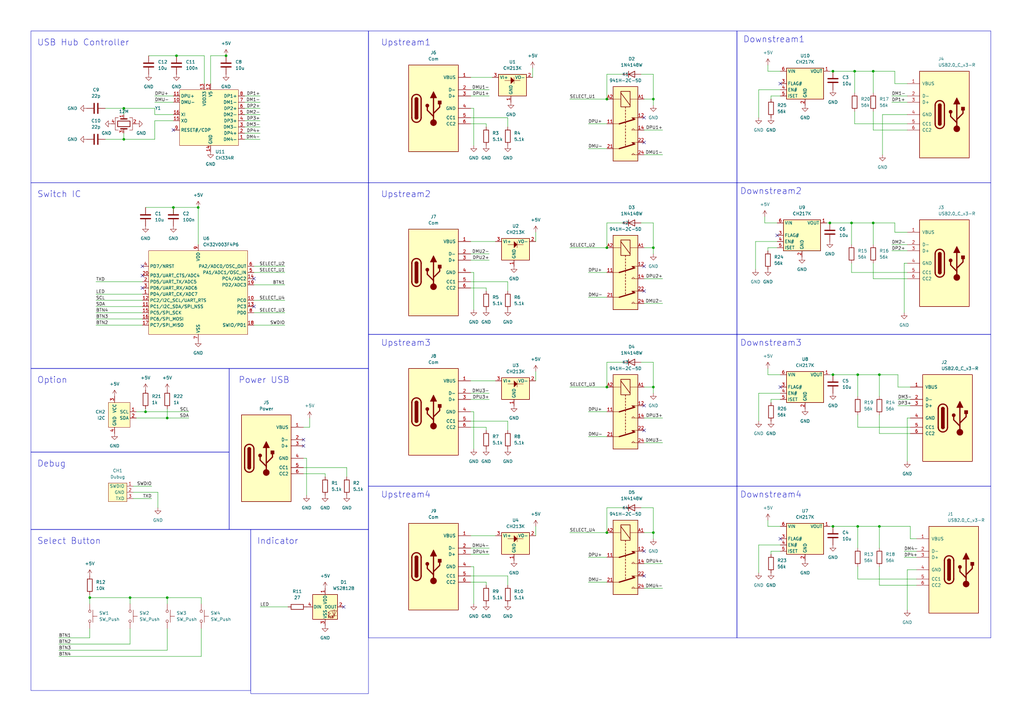
<source format=kicad_sch>
(kicad_sch (version 20230121) (generator eeschema)
  (paper "A3")
  (title_block (title "Relay USB Switch Hub by 74th"))
  (junction (at 53.34 245.11))
  (junction (at 351.79 215.9))
  (junction (at 341.63 215.9))
  (junction (at 349.25 91.44))
  (junction (at 267.97 101.6))
  (junction (at 92.71 22.86))
  (junction (at 358.14 29.21))
  (junction (at 50.8 44.45))
  (junction (at 267.97 158.75))
  (junction (at 360.68 153.67))
  (junction (at 340.36 91.44))
  (junction (at 350.52 29.21))
  (junction (at 81.28 85.09))
  (junction (at 59.69 168.91))
  (junction (at 248.92 101.6))
  (junction (at 267.97 218.44))
  (junction (at 358.14 91.44))
  (junction (at 248.92 40.64))
  (junction (at 248.92 158.75))
  (junction (at 248.92 218.44))
  (junction (at 68.58 171.45))
  (junction (at 50.8 57.15))
  (junction (at 360.68 215.9))
  (junction (at 267.97 40.64))
  (junction (at 36.83 245.11))
  (junction (at 71.12 85.09))
  (junction (at 351.79 153.67))
  (junction (at 72.39 22.86))
  (junction (at 341.63 153.67))
  (junction (at 68.58 245.11))
  (junction (at 341.63 29.21))
  (no_connect (at 264.16 58.42))
  (no_connect (at 58.42 118.11))
  (no_connect (at 264.16 166.37))
  (no_connect (at 71.12 53.34))
  (no_connect (at 264.16 236.22))
  (no_connect (at 104.14 114.3))
  (no_connect (at 264.16 109.22))
  (no_connect (at 104.14 125.73))
  (no_connect (at 318.77 96.52))
  (no_connect (at 264.16 176.53))
  (no_connect (at 124.46 182.88))
  (no_connect (at 320.04 34.29))
  (no_connect (at 320.04 158.75))
  (no_connect (at 140.97 248.92))
  (no_connect (at 124.46 180.34))
  (no_connect (at 58.42 113.03))
  (no_connect (at 264.16 226.06))
  (no_connect (at 320.04 220.98))
  (no_connect (at 264.16 48.26))
  (no_connect (at 58.42 109.22))
  (no_connect (at 264.16 119.38))
  (wire (pts (xy 358.14 91.44) (xy 358.14 100.33)))
  (wire (pts (xy 360.68 153.67) (xy 360.68 162.56)))
  (wire (pts (xy 360.68 177.8) (xy 373.38 177.8)))
  (wire (pts (xy 100.33 57.15) (xy 106.68 57.15)))
  (wire (pts (xy 370.84 228.6) (xy 375.92 228.6)))
  (wire (pts (xy 142.24 191.77) (xy 142.24 195.58)))
  (wire (pts (xy 218.44 31.75) (xy 218.44 27.94)))
  (wire (pts (xy 368.3 163.83) (xy 373.38 163.83)))
  (wire (pts (xy 193.04 106.68) (xy 200.66 106.68)))
  (wire (pts (xy 368.3 153.67) (xy 360.68 153.67)))
  (wire (pts (xy 313.69 88.9) (xy 313.69 91.44)))
  (wire (pts (xy 39.37 123.19) (xy 58.42 123.19)))
  (wire (pts (xy 264.16 114.3) (xy 271.78 114.3)))
  (wire (pts (xy 104.14 133.35) (xy 116.84 133.35)))
  (wire (pts (xy 361.95 63.5) (xy 361.95 46.99)))
  (wire (pts (xy 24.13 269.24) (xy 82.55 269.24)))
  (wire (pts (xy 255.27 148.59) (xy 248.92 148.59)))
  (wire (pts (xy 50.8 57.15) (xy 43.18 57.15)))
  (wire (pts (xy 208.28 48.26) (xy 208.28 52.07)))
  (wire (pts (xy 36.83 245.11) (xy 53.34 245.11)))
  (wire (pts (xy 68.58 167.64) (xy 68.58 171.45)))
  (wire (pts (xy 360.68 153.67) (xy 351.79 153.67)))
  (wire (pts (xy 264.16 158.75) (xy 267.97 158.75)))
  (wire (pts (xy 351.79 215.9) (xy 351.79 224.79)))
  (wire (pts (xy 314.96 215.9) (xy 320.04 215.9)))
  (wire (pts (xy 193.04 104.14) (xy 200.66 104.14)))
  (wire (pts (xy 68.58 245.11) (xy 68.58 247.65)))
  (wire (pts (xy 193.04 31.75) (xy 201.93 31.75)))
  (wire (pts (xy 372.11 189.23) (xy 372.11 171.45)))
  (wire (pts (xy 267.97 40.64) (xy 267.97 43.18)))
  (wire (pts (xy 365.76 102.87) (xy 372.11 102.87)))
  (wire (pts (xy 193.04 115.57) (xy 208.28 115.57)))
  (wire (pts (xy 219.71 99.06) (xy 219.71 95.25)))
  (wire (pts (xy 314.96 102.87) (xy 314.96 101.6)))
  (wire (pts (xy 50.8 44.45) (xy 50.8 46.99)))
  (wire (pts (xy 63.5 41.91) (xy 71.12 41.91)))
  (wire (pts (xy 193.04 219.71) (xy 203.2 219.71)))
  (wire (pts (xy 370.84 128.27) (xy 370.84 107.95)))
  (wire (pts (xy 193.04 50.8) (xy 199.39 50.8)))
  (wire (pts (xy 316.23 227.33) (xy 316.23 226.06)))
  (wire (pts (xy 367.03 91.44) (xy 358.14 91.44)))
  (wire (pts (xy 82.55 269.24) (xy 82.55 257.81)))
  (wire (pts (xy 53.34 245.11) (xy 53.34 247.65)))
  (wire (pts (xy 351.79 153.67) (xy 341.63 153.67)))
  (wire (pts (xy 340.36 215.9) (xy 341.63 215.9)))
  (wire (pts (xy 264.16 181.61) (xy 271.78 181.61)))
  (wire (pts (xy 264.16 124.46) (xy 271.78 124.46)))
  (wire (pts (xy 100.33 44.45) (xy 106.68 44.45)))
  (wire (pts (xy 267.97 218.44) (xy 267.97 220.98)))
  (wire (pts (xy 372.11 233.68) (xy 375.92 233.68)))
  (wire (pts (xy 349.25 91.44) (xy 349.25 100.33)))
  (wire (pts (xy 320.04 223.52) (xy 311.15 223.52)))
  (wire (pts (xy 264.16 171.45) (xy 271.78 171.45)))
  (wire (pts (xy 313.69 91.44) (xy 318.77 91.44)))
  (wire (pts (xy 358.14 91.44) (xy 349.25 91.44)))
  (wire (pts (xy 351.79 153.67) (xy 351.79 162.56)))
  (wire (pts (xy 100.33 54.61) (xy 106.68 54.61)))
  (wire (pts (xy 241.3 168.91) (xy 248.92 168.91)))
  (wire (pts (xy 208.28 172.72) (xy 208.28 176.53)))
  (wire (pts (xy 193.04 48.26) (xy 208.28 48.26)))
  (wire (pts (xy 368.3 158.75) (xy 373.38 158.75)))
  (wire (pts (xy 367.03 95.25) (xy 372.11 95.25)))
  (wire (pts (xy 193.04 39.37) (xy 200.66 39.37)))
  (wire (pts (xy 365.76 41.91) (xy 372.11 41.91)))
  (wire (pts (xy 193.04 44.45) (xy 194.31 44.45)))
  (wire (pts (xy 360.68 215.9) (xy 373.38 215.9)))
  (wire (pts (xy 68.58 266.7) (xy 68.58 257.81)))
  (wire (pts (xy 316.23 40.64) (xy 316.23 39.37)))
  (wire (pts (xy 351.79 237.49) (xy 375.92 237.49)))
  (wire (pts (xy 55.88 171.45) (xy 68.58 171.45)))
  (wire (pts (xy 86.36 22.86) (xy 86.36 34.29)))
  (wire (pts (xy 370.84 107.95) (xy 372.11 107.95)))
  (wire (pts (xy 194.31 111.76) (xy 194.31 127)))
  (wire (pts (xy 372.11 171.45) (xy 373.38 171.45)))
  (wire (pts (xy 267.97 148.59) (xy 267.97 158.75)))
  (wire (pts (xy 199.39 50.8) (xy 199.39 52.07)))
  (wire (pts (xy 372.11 100.33) (xy 365.76 100.33)))
  (wire (pts (xy 50.8 54.61) (xy 50.8 57.15)))
  (wire (pts (xy 100.33 49.53) (xy 106.68 49.53)))
  (wire (pts (xy 219.71 219.71) (xy 219.71 215.9)))
  (wire (pts (xy 100.33 52.07) (xy 106.68 52.07)))
  (wire (pts (xy 262.89 208.28) (xy 267.97 208.28)))
  (wire (pts (xy 314.96 29.21) (xy 320.04 29.21)))
  (wire (pts (xy 241.3 60.96) (xy 248.92 60.96)))
  (wire (pts (xy 124.46 191.77) (xy 142.24 191.77)))
  (wire (pts (xy 71.12 85.09) (xy 81.28 85.09)))
  (wire (pts (xy 264.16 231.14) (xy 271.78 231.14)))
  (wire (pts (xy 64.77 201.93) (xy 64.77 208.28)))
  (wire (pts (xy 193.04 99.06) (xy 203.2 99.06)))
  (wire (pts (xy 255.27 91.44) (xy 248.92 91.44)))
  (wire (pts (xy 193.04 224.79) (xy 200.66 224.79)))
  (wire (pts (xy 255.27 208.28) (xy 248.92 208.28)))
  (wire (pts (xy 372.11 250.19) (xy 372.11 233.68)))
  (wire (pts (xy 53.34 264.16) (xy 53.34 257.81)))
  (wire (pts (xy 372.11 53.34) (xy 358.14 53.34)))
  (wire (pts (xy 106.68 248.92) (xy 118.11 248.92)))
  (wire (pts (xy 194.31 44.45) (xy 194.31 59.69)))
  (wire (pts (xy 341.63 29.21) (xy 350.52 29.21)))
  (wire (pts (xy 100.33 39.37) (xy 106.68 39.37)))
  (wire (pts (xy 193.04 118.11) (xy 199.39 118.11)))
  (wire (pts (xy 36.83 261.62) (xy 36.83 257.81)))
  (wire (pts (xy 39.37 125.73) (xy 58.42 125.73)))
  (wire (pts (xy 39.37 133.35) (xy 58.42 133.35)))
  (wire (pts (xy 316.23 163.83) (xy 320.04 163.83)))
  (wire (pts (xy 193.04 156.21) (xy 203.2 156.21)))
  (wire (pts (xy 100.33 41.91) (xy 106.68 41.91)))
  (wire (pts (xy 241.3 238.76) (xy 248.92 238.76)))
  (wire (pts (xy 341.63 215.9) (xy 351.79 215.9)))
  (wire (pts (xy 367.03 34.29) (xy 372.11 34.29)))
  (wire (pts (xy 193.04 161.29) (xy 200.66 161.29)))
  (wire (pts (xy 82.55 245.11) (xy 82.55 247.65)))
  (wire (pts (xy 86.36 22.86) (xy 92.71 22.86)))
  (wire (pts (xy 83.82 22.86) (xy 83.82 34.29)))
  (wire (pts (xy 340.36 153.67) (xy 341.63 153.67)))
  (wire (pts (xy 311.15 161.29) (xy 311.15 172.72)))
  (wire (pts (xy 264.16 63.5) (xy 271.78 63.5)))
  (wire (pts (xy 311.15 223.52) (xy 311.15 234.95)))
  (wire (pts (xy 350.52 29.21) (xy 358.14 29.21)))
  (wire (pts (xy 264.16 101.6) (xy 267.97 101.6)))
  (wire (pts (xy 68.58 245.11) (xy 82.55 245.11)))
  (wire (pts (xy 314.96 151.13) (xy 314.96 153.67)))
  (wire (pts (xy 358.14 29.21) (xy 367.03 29.21)))
  (wire (pts (xy 24.13 266.7) (xy 68.58 266.7)))
  (wire (pts (xy 318.77 99.06) (xy 309.88 99.06)))
  (wire (pts (xy 59.69 168.91) (xy 77.47 168.91)))
  (wire (pts (xy 233.68 101.6) (xy 248.92 101.6)))
  (wire (pts (xy 63.5 39.37) (xy 71.12 39.37)))
  (wire (pts (xy 262.89 148.59) (xy 267.97 148.59)))
  (wire (pts (xy 351.79 237.49) (xy 351.79 232.41)))
  (wire (pts (xy 373.38 220.98) (xy 375.92 220.98)))
  (wire (pts (xy 248.92 208.28) (xy 248.92 218.44)))
  (wire (pts (xy 193.04 36.83) (xy 200.66 36.83)))
  (wire (pts (xy 314.96 101.6) (xy 318.77 101.6)))
  (wire (pts (xy 59.69 85.09) (xy 71.12 85.09)))
  (wire (pts (xy 124.46 175.26) (xy 127 175.26)))
  (wire (pts (xy 233.68 218.44) (xy 248.92 218.44)))
  (wire (pts (xy 233.68 40.64) (xy 248.92 40.64)))
  (wire (pts (xy 255.27 30.48) (xy 248.92 30.48)))
  (wire (pts (xy 53.34 245.11) (xy 68.58 245.11)))
  (wire (pts (xy 68.58 171.45) (xy 77.47 171.45)))
  (wire (pts (xy 50.8 57.15) (xy 63.5 57.15)))
  (wire (pts (xy 349.25 111.76) (xy 372.11 111.76)))
  (wire (pts (xy 248.92 91.44) (xy 248.92 101.6)))
  (wire (pts (xy 39.37 120.65) (xy 58.42 120.65)))
  (wire (pts (xy 104.14 111.76) (xy 116.84 111.76)))
  (wire (pts (xy 349.25 111.76) (xy 349.25 107.95)))
  (wire (pts (xy 104.14 128.27) (xy 116.84 128.27)))
  (wire (pts (xy 350.52 29.21) (xy 350.52 38.1)))
  (wire (pts (xy 314.96 153.67) (xy 320.04 153.67)))
  (wire (pts (xy 63.5 44.45) (xy 63.5 46.99)))
  (wire (pts (xy 193.04 232.41) (xy 194.31 232.41)))
  (wire (pts (xy 361.95 46.99) (xy 372.11 46.99)))
  (wire (pts (xy 55.88 168.91) (xy 59.69 168.91)))
  (wire (pts (xy 340.36 29.21) (xy 341.63 29.21)))
  (wire (pts (xy 59.69 167.64) (xy 59.69 168.91)))
  (wire (pts (xy 104.14 109.22) (xy 116.84 109.22)))
  (wire (pts (xy 358.14 114.3) (xy 372.11 114.3)))
  (wire (pts (xy 81.28 85.09) (xy 81.28 100.33)))
  (wire (pts (xy 193.04 168.91) (xy 194.31 168.91)))
  (wire (pts (xy 104.14 116.84) (xy 116.84 116.84)))
  (wire (pts (xy 193.04 163.83) (xy 200.66 163.83)))
  (wire (pts (xy 193.04 238.76) (xy 199.39 238.76)))
  (wire (pts (xy 351.79 215.9) (xy 360.68 215.9)))
  (wire (pts (xy 360.68 232.41) (xy 360.68 240.03)))
  (wire (pts (xy 193.04 111.76) (xy 194.31 111.76)))
  (wire (pts (xy 124.46 194.31) (xy 133.35 194.31)))
  (wire (pts (xy 339.09 91.44) (xy 340.36 91.44)))
  (wire (pts (xy 320.04 161.29) (xy 311.15 161.29)))
  (wire (pts (xy 267.97 158.75) (xy 267.97 161.29)))
  (wire (pts (xy 316.23 226.06) (xy 320.04 226.06)))
  (wire (pts (xy 267.97 30.48) (xy 267.97 40.64)))
  (wire (pts (xy 360.68 215.9) (xy 360.68 224.79)))
  (wire (pts (xy 311.15 36.83) (xy 311.15 48.26)))
  (wire (pts (xy 63.5 49.53) (xy 71.12 49.53)))
  (wire (pts (xy 373.38 215.9) (xy 373.38 220.98)))
  (wire (pts (xy 36.83 245.11) (xy 36.83 247.65)))
  (wire (pts (xy 36.83 243.84) (xy 36.83 245.11)))
  (wire (pts (xy 248.92 148.59) (xy 248.92 158.75)))
  (wire (pts (xy 208.28 115.57) (xy 208.28 119.38)))
  (wire (pts (xy 199.39 175.26) (xy 199.39 176.53)))
  (wire (pts (xy 309.88 99.06) (xy 309.88 110.49)))
  (wire (pts (xy 241.3 50.8) (xy 248.92 50.8)))
  (wire (pts (xy 193.04 172.72) (xy 208.28 172.72)))
  (wire (pts (xy 358.14 45.72) (xy 358.14 53.34)))
  (wire (pts (xy 262.89 91.44) (xy 267.97 91.44)))
  (wire (pts (xy 264.16 53.34) (xy 271.78 53.34)))
  (wire (pts (xy 208.28 236.22) (xy 208.28 240.03)))
  (wire (pts (xy 133.35 194.31) (xy 133.35 195.58)))
  (wire (pts (xy 193.04 227.33) (xy 200.66 227.33)))
  (wire (pts (xy 368.3 158.75) (xy 368.3 153.67)))
  (wire (pts (xy 104.14 123.19) (xy 116.84 123.19)))
  (wire (pts (xy 248.92 30.48) (xy 248.92 40.64)))
  (wire (pts (xy 241.3 111.76) (xy 248.92 111.76)))
  (wire (pts (xy 199.39 118.11) (xy 199.39 119.38)))
  (wire (pts (xy 314.96 26.67) (xy 314.96 29.21)))
  (wire (pts (xy 351.79 175.26) (xy 373.38 175.26)))
  (wire (pts (xy 54.61 199.39) (xy 62.23 199.39)))
  (wire (pts (xy 264.16 218.44) (xy 267.97 218.44)))
  (wire (pts (xy 241.3 228.6) (xy 248.92 228.6)))
  (wire (pts (xy 100.33 46.99) (xy 106.68 46.99)))
  (wire (pts (xy 219.71 156.21) (xy 219.71 152.4)))
  (wire (pts (xy 72.39 22.86) (xy 83.82 22.86)))
  (wire (pts (xy 71.12 85.09) (xy 71.12 87.63)))
  (wire (pts (xy 264.16 241.3) (xy 271.78 241.3)))
  (wire (pts (xy 54.61 204.47) (xy 62.23 204.47)))
  (wire (pts (xy 43.18 44.45) (xy 50.8 44.45)))
  (wire (pts (xy 241.3 121.92) (xy 248.92 121.92)))
  (wire (pts (xy 367.03 95.25) (xy 367.03 91.44)))
  (wire (pts (xy 39.37 128.27) (xy 58.42 128.27)))
  (wire (pts (xy 233.68 158.75) (xy 248.92 158.75)))
  (wire (pts (xy 351.79 175.26) (xy 351.79 170.18)))
  (wire (pts (xy 370.84 226.06) (xy 375.92 226.06)))
  (wire (pts (xy 350.52 50.8) (xy 350.52 45.72)))
  (wire (pts (xy 194.31 232.41) (xy 194.31 247.65)))
  (wire (pts (xy 320.04 36.83) (xy 311.15 36.83)))
  (wire (pts (xy 316.23 165.1) (xy 316.23 163.83)))
  (wire (pts (xy 193.04 175.26) (xy 199.39 175.26)))
  (wire (pts (xy 39.37 115.57) (xy 58.42 115.57)))
  (wire (pts (xy 368.3 166.37) (xy 373.38 166.37)))
  (wire (pts (xy 367.03 29.21) (xy 367.03 34.29)))
  (wire (pts (xy 350.52 50.8) (xy 372.11 50.8)))
  (wire (pts (xy 124.46 187.96) (xy 125.73 187.96)))
  (wire (pts (xy 199.39 238.76) (xy 199.39 240.03)))
  (wire (pts (xy 63.5 46.99) (xy 71.12 46.99)))
  (wire (pts (xy 316.23 39.37) (xy 320.04 39.37)))
  (wire (pts (xy 267.97 91.44) (xy 267.97 101.6)))
  (wire (pts (xy 39.37 130.81) (xy 58.42 130.81)))
  (wire (pts (xy 125.73 187.96) (xy 125.73 203.2)))
  (wire (pts (xy 54.61 201.93) (xy 64.77 201.93)))
  (wire (pts (xy 358.14 29.21) (xy 358.14 38.1)))
  (wire (pts (xy 349.25 91.44) (xy 340.36 91.44)))
  (wire (pts (xy 194.31 168.91) (xy 194.31 184.15)))
  (wire (pts (xy 193.04 236.22) (xy 208.28 236.22)))
  (wire (pts (xy 267.97 208.28) (xy 267.97 218.44)))
  (wire (pts (xy 360.68 170.18) (xy 360.68 177.8)))
  (wire (pts (xy 60.96 22.86) (xy 72.39 22.86)))
  (wire (pts (xy 50.8 44.45) (xy 63.5 44.45)))
  (wire (pts (xy 314.96 213.36) (xy 314.96 215.9)))
  (wire (pts (xy 241.3 179.07) (xy 248.92 179.07)))
  (wire (pts (xy 127 175.26) (xy 127 171.45)))
  (wire (pts (xy 358.14 107.95) (xy 358.14 114.3)))
  (wire (pts (xy 267.97 101.6) (xy 267.97 104.14)))
  (wire (pts (xy 24.13 261.62) (xy 36.83 261.62)))
  (wire (pts (xy 264.16 40.64) (xy 267.97 40.64)))
  (wire (pts (xy 24.13 264.16) (xy 53.34 264.16)))
  (wire (pts (xy 63.5 49.53) (xy 63.5 57.15)))
  (wire (pts (xy 262.89 30.48) (xy 267.97 30.48)))
  (wire (pts (xy 360.68 240.03) (xy 375.92 240.03)))
  (wire (pts (xy 365.76 39.37) (xy 372.11 39.37)))
  (rectangle (start 93.98 151.13) (end 151.13 217.17))
  (rectangle (start 302.26 137.16) (end 406.4 199.39))
  (rectangle (start 102.87 217.17) (end 151.13 284.48))
  (rectangle (start 151.13 137.16) (end 302.26 199.39))
  (rectangle (start 12.7 151.13) (end 93.98 185.42))
  (rectangle (start 302.26 12.7) (end 406.4 74.93))
  (rectangle (start 302.26 74.93) (end 406.4 137.16))
  (rectangle (start 12.7 185.42) (end 93.98 217.17))
  (rectangle (start 12.7 217.17) (end 102.87 283.21))
  (rectangle (start 12.7 12.7) (end 151.13 74.93))
  (rectangle (start 302.26 199.39) (end 406.4 261.62))
  (rectangle (start 151.13 74.93) (end 302.26 137.16))
  (rectangle (start 12.7 74.93) (end 151.13 151.13))
  (rectangle (start 151.13 12.7) (end 302.26 74.93))
  (rectangle (start 151.13 199.39) (end 302.26 261.62))
  (text "Switch IC" (at 15.24 81.28 0) (effects (font (size 2.54 2.54)) (justify left bottom)))
  (text "Debug" (at 15.24 191.77 0) (effects (font (size 2.54 2.54)) (justify left bottom)))
  (text "Upstream2" (at 156.21 81.28 0) (effects (font (size 2.54 2.54)) (justify left bottom)))
  (text "Downstream1" (at 304.8 17.78 0) (effects (font (size 2.54 2.54)) (justify left bottom)))
  (text "Select Button" (at 15.24 223.52 0) (effects (font (size 2.54 2.54)) (justify left bottom)))
  (text "Power USB" (at 97.79 157.48 0) (effects (font (size 2.54 2.54)) (justify left bottom)))
  (text "Upstream1" (at 156.21 19.05 0) (effects (font (size 2.54 2.54)) (justify left bottom)))
  (text "Upstream4" (at 156.21 204.47 0) (effects (font (size 2.54 2.54)) (justify left bottom)))
  (text "Indicator" (at 105.41 223.52 0) (effects (font (size 2.54 2.54)) (justify left bottom)))
  (text "Downstream3" (at 303.53 142.24 0) (effects (font (size 2.54 2.54)) (justify left bottom)))
  (text "USB Hub Controller" (at 15.24 19.05 0) (effects (font (size 2.54 2.54)) (justify left bottom)))
  (text "Downstream4" (at 303.53 204.47 0) (effects (font (size 2.54 2.54)) (justify left bottom)))
  (text "Option" (at 15.24 157.48 0) (effects (font (size 2.54 2.54)) (justify left bottom)))
  (text "Downstream2" (at 303.53 80.01 0) (effects (font (size 2.54 2.54)) (justify left bottom)))
  (text "Upstream3" (at 156.21 142.24 0) (effects (font (size 2.54 2.54)) (justify left bottom)))
  (label "DPU3+" (at 200.66 163.83 180))
  (label "BTN2" (at 24.13 264.16 0))
  (label "BTN1" (at 116.84 116.84 180))
  (label "DMU-" (at 63.5 41.91 0))
  (label "SELECT_U3" (at 233.68 158.75 0))
  (label "BTN2" (at 39.37 133.35 0))
  (label "SWDIO" (at 116.84 133.35 180))
  (label "DM3-" (at 368.3 163.83 0))
  (label "DPU+" (at 241.3 228.6 0))
  (label "SELECT_U4" (at 116.84 123.19 180))
  (label "DMU1-" (at 200.66 36.83 180))
  (label "BTN4" (at 39.37 128.27 0))
  (label "DMU4-" (at 271.78 241.3 180))
  (label "DPU+" (at 241.3 168.91 0))
  (label "BTN3" (at 39.37 130.81 0))
  (label "DMU-" (at 241.3 60.96 0))
  (label "DPU4+" (at 200.66 227.33 180))
  (label "SELECT_U1" (at 233.68 40.64 0))
  (label "BTN3" (at 24.13 266.7 0))
  (label "DMU-" (at 241.3 121.92 0))
  (label "LED" (at 106.68 248.92 0))
  (label "TXD" (at 39.37 115.57 0))
  (label "DM2-" (at 106.68 46.99 180))
  (label "SELECT_U1" (at 116.84 111.76 180))
  (label "DP2+" (at 365.76 102.87 0))
  (label "SELECT_U2" (at 116.84 109.22 180))
  (label "DMU-" (at 241.3 238.76 0))
  (label "DMU1-" (at 271.78 63.5 180))
  (label "DP3+" (at 368.3 166.37 0))
  (label "SELECT_U3" (at 116.84 128.27 180))
  (label "DPU2+" (at 200.66 106.68 180))
  (label "SELECT_U2" (at 233.68 101.6 0))
  (label "DPU3+" (at 271.78 171.45 180))
  (label "DM4-" (at 370.84 226.06 0))
  (label "DMU2-" (at 271.78 124.46 180))
  (label "DMU2-" (at 200.66 104.14 180))
  (label "DP2+" (at 106.68 44.45 180))
  (label "DMU3-" (at 271.78 181.61 180))
  (label "DP1+" (at 106.68 39.37 180))
  (label "DPU2+" (at 271.78 114.3 180))
  (label "SWDIO" (at 62.23 199.39 180))
  (label "DM2-" (at 365.76 100.33 0))
  (label "DPU+" (at 241.3 50.8 0))
  (label "DM3-" (at 106.68 52.07 180))
  (label "DP3+" (at 106.68 49.53 180))
  (label "TXD" (at 62.23 204.47 180))
  (label "SELECT_U4" (at 233.68 218.44 0))
  (label "SDA" (at 39.37 125.73 0))
  (label "DMU-" (at 241.3 179.07 0))
  (label "DMU3-" (at 200.66 161.29 180))
  (label "DPU+" (at 63.5 39.37 0))
  (label "DM1-" (at 365.76 39.37 0))
  (label "LED" (at 39.37 120.65 0))
  (label "DPU1+" (at 271.78 53.34 180))
  (label "DPU1+" (at 200.66 39.37 180))
  (label "DP4+" (at 370.84 228.6 0))
  (label "SDA" (at 77.47 171.45 180))
  (label "DP1+" (at 365.76 41.91 0))
  (label "DPU+" (at 241.3 111.76 0))
  (label "BTN1" (at 24.13 261.62 0))
  (label "DM1-" (at 106.68 41.91 180))
  (label "DPU4+" (at 271.78 231.14 180))
  (label "SCL" (at 39.37 123.19 0))
  (label "DM4-" (at 106.68 57.15 180))
  (label "BTN4" (at 24.13 269.24 0))
  (label "DP4+" (at 106.68 54.61 180))
  (label "DMU4-" (at 200.66 224.79 180))
  (label "SCL" (at 77.47 168.91 180))
  (symbol (lib_id "power:+5V") (at 46.99 162.56 0) (unit 1)
    (property "Reference" "#PWR09" (effects hide))
    (property "Value" "+5V" (at 46.99 157.48 0))
  )
  (symbol (lib_id "power:+5V") (at 314.96 26.67 0) (unit 1)
    (property "Reference" "#PWR01" (effects hide))
    (property "Value" "+5V" (at 314.96 21.59 0))
  )
  (symbol (lib_id "power:GND") (at 330.2 43.18 0) (unit 1)
    (property "Reference" "#PWR06" (effects hide))
    (property "Value" "GND" (at 330.2 48.26 0))
  )
  (symbol (lib_id "power:GND") (at 81.28 139.7 0) (unit 1)
    (property "Reference" "#PWR030" (effects hide))
    (property "Value" "GND" (at 81.28 144.78 0))
  )
  (symbol (lib_id "$74th:USB2.0_C_v3") (at 109.22 187.96 0) (unit 1)
    (property "Reference" "J5" (at 109.22 165.1 0))
    (property "Value" "Power" (at 109.22 167.64 0))
    (property "Footprint" "$74th:USB-C-12-Pin-MidMount-ali-v5" (effects hide))
    (property "Datasheet" "https://www.usb.org/sites/default/files/documents/usb_type-c.zip" (effects hide))
  )
  (symbol (lib_id "power:GND") (at 316.23 172.72 0) (unit 1)
    (property "Reference" "#PWR074" (effects hide))
    (property "Value" "GND" (at 316.23 177.8 0))
  )
  (symbol (lib_id "power:+5V") (at 219.71 152.4 0) (unit 1)
    (property "Reference" "#PWR048" (effects hide))
    (property "Value" "+5V" (at 219.71 147.32 0))
  )
  (symbol (lib_id "power:GND") (at 341.63 36.83 0) (unit 1)
    (property "Reference" "#PWR02" (effects hide))
    (property "Value" "GND" (at 341.63 41.91 0))
  )
  (symbol (lib_id "$74th:USB2.0_C_v3-R") (at 392.43 46.99 0) (unit 1)
    (property "Reference" "J4" (at 384.81 24.13 0) (effects (justify left)))
    (property "Value" "USB2.0_C_v3-R" (at 384.81 26.67 0) (effects (justify left)))
    (property "Footprint" "$74th:USB-C-12-Pin-MidMount-ali-v5" (effects hide))
    (property "Datasheet" "https://www.usb.org/sites/default/files/documents/usb_type-c.zip" (effects hide))
  )
  (symbol (lib_id "Device:C") (at 92.71 26.67 0) (unit 1)
    (property "Reference" "C8" (at 96.52 25.4 0) (effects (justify left)))
    (property "Value" "10u" (at 96.52 27.94 0) (effects (justify left)))
    (property "Footprint" "$74th:Capacitor_0603_1608" (effects hide))
  )
  (symbol (lib_id "$74th:USB2.0_C_v3") (at 177.8 111.76 0) (unit 1)
    (property "Reference" "J7" (at 177.8 88.9 0))
    (property "Value" "Com" (at 177.8 91.44 0))
    (property "Footprint" "$74th:USB-C-12-Pin-MidMount-ali-v5" (effects hide))
    (property "Datasheet" "https://www.usb.org/sites/default/files/documents/usb_type-c.zip" (effects hide))
  )
  (symbol (lib_id "Device:R") (at 208.28 123.19 0) (unit 1)
    (property "Reference" "R6" (at 210.82 121.92 0) (effects (justify left)))
    (property "Value" "5.1k" (at 210.82 124.46 0) (effects (justify left)))
    (property "Footprint" "$74th:Register_0603_1608" (effects hide))
  )
  (symbol (lib_id "power:GND") (at 316.23 234.95 0) (unit 1)
    (property "Reference" "#PWR076" (effects hide))
    (property "Value" "GND" (at 316.23 240.03 0))
  )
  (symbol (lib_id "Device:R") (at 350.52 41.91 0) (unit 1)
    (property "Reference" "R20" (at 353.06 40.64 0) (effects (justify left)))
    (property "Value" "56k" (at 353.06 43.18 0) (effects (justify left)))
    (property "Footprint" "$74th:Register_0603_1608" (effects hide))
  )
  (symbol (lib_id "power:GND") (at 361.95 63.5 0) (unit 1)
    (property "Reference" "#PWR05" (effects hide))
    (property "Value" "GND" (at 361.95 68.58 0))
  )
  (symbol (lib_id "power:GND") (at 133.35 203.2 0) (unit 1)
    (property "Reference" "#PWR015" (effects hide))
    (property "Value" "GND" (at 133.35 208.28 0))
  )
  (symbol (lib_id "Device:C") (at 341.63 219.71 0) (unit 1)
    (property "Reference" "C4" (at 345.44 218.44 0) (effects (justify left)))
    (property "Value" "10u" (at 345.44 220.98 0) (effects (justify left)))
    (property "Footprint" "$74th:Capacitor_0603_1608" (effects hide))
  )
  (symbol (lib_id "$74th:CH213K-Ideal_Diode_for_USB_Power") (at 210.82 102.87 0) (unit 1)
    (property "Reference" "U2" (at 211.455 92.71 0))
    (property "Value" "CH213K" (at 211.455 95.25 0))
    (property "Footprint" "Package_TO_SOT_SMD:SOT-23" (effects hide))
  )
  (symbol (lib_id "power:+5V") (at 59.69 160.02 0) (unit 1)
    (property "Reference" "#PWR07" (effects hide))
    (property "Value" "+5V" (at 59.69 154.94 0))
  )
  (symbol (lib_id "Device:C") (at 340.36 95.25 0) (unit 1)
    (property "Reference" "C6" (at 344.17 93.98 0) (effects (justify left)))
    (property "Value" "10u" (at 344.17 96.52 0) (effects (justify left)))
    (property "Footprint" "$74th:Capacitor_0603_1608" (effects hide))
  )
  (symbol (lib_id "$74th:CH32V003F4P6") (at 81.28 127 0) (unit 1)
    (property "Reference" "U6" (at 83.2359 97.79 0) (effects (justify left)))
    (property "Value" "CH32V003F4P6" (at 83.2359 100.33 0) (effects (justify left)))
    (property "Footprint" "Package_SO:TSSOP-20_4.4x6.5mm_P0.65mm" (effects hide))
  )
  (symbol (lib_id "power:GND") (at 311.15 48.26 0) (unit 1)
    (property "Reference" "#PWR060" (effects hide))
    (property "Value" "GND" (at 311.15 53.34 0))
  )
  (symbol (lib_id "power:GND") (at 311.15 172.72 0) (unit 1)
    (property "Reference" "#PWR072" (effects hide))
    (property "Value" "GND" (at 311.15 177.8 0))
  )
  (symbol (lib_id "power:GND") (at 194.31 184.15 0) (unit 1)
    (property "Reference" "#PWR043" (effects hide))
    (property "Value" "GND" (at 194.31 189.23 0))
  )
  (symbol (lib_id "Device:R") (at 349.25 104.14 0) (unit 1)
    (property "Reference" "R15" (at 351.79 102.87 0) (effects (justify left)))
    (property "Value" "56k" (at 351.79 105.41 0) (effects (justify left)))
    (property "Footprint" "$74th:Register_0603_1608" (effects hide))
  )
  (symbol (lib_id "power:GND") (at 199.39 59.69 0) (unit 1)
    (property "Reference" "#PWR010" (effects hide))
    (property "Value" "GND" (at 199.39 64.77 0))
  )
  (symbol (lib_id "Device:C") (at 71.12 88.9 0) (unit 1)
    (property "Reference" "C2" (at 74.93 87.63 0) (effects (justify left)))
    (property "Value" "100n" (at 74.93 90.17 0) (effects (justify left)))
    (property "Footprint" "$74th:Capacitor_0603_1608" (effects hide))
  )
  (symbol (lib_id "Device:R") (at 142.24 199.39 0) (unit 1)
    (property "Reference" "R2" (at 144.78 198.12 0) (effects (justify left)))
    (property "Value" "5.1k" (at 144.78 200.66 0) (effects (justify left)))
    (property "Footprint" "$74th:Register_0603_1608" (effects hide))
  )
  (symbol (lib_id "power:GND") (at 64.77 208.28 0) (unit 1)
    (property "Reference" "#PWR031" (effects hide))
    (property "Value" "GND" (at 64.77 213.36 0))
  )
  (symbol (lib_id "$74th:CH32V003-DubugPort") (at 48.26 201.93 0) (unit 1)
    (property "Reference" "CH1" (at 48.26 193.04 0))
    (property "Value" "Dubug" (at 48.26 195.58 0))
    (property "Footprint" "$74th:CH32V003-DebugPort" (effects hide))
  )
  (symbol (lib_id "Device:C") (at 72.39 26.67 0) (unit 1)
    (property "Reference" "C11" (at 76.2 25.4 0) (effects (justify left)))
    (property "Value" "100n" (at 76.2 27.94 0) (effects (justify left)))
    (property "Footprint" "$74th:Capacitor_0603_1608" (effects hide))
  )
  (symbol (lib_id "Device:C") (at 60.96 26.67 0) (unit 1)
    (property "Reference" "C12" (at 64.77 25.4 0) (effects (justify left)))
    (property "Value" "10u" (at 64.77 27.94 0) (effects (justify left)))
    (property "Footprint" "$74th:Capacitor_0603_1608" (effects hide))
  )
  (symbol (lib_id "Device:R") (at 360.68 166.37 0) (unit 1)
    (property "Reference" "R14" (at 363.22 165.1 0) (effects (justify left)))
    (property "Value" "56k" (at 363.22 167.64 0) (effects (justify left)))
    (property "Footprint" "$74th:Register_0603_1608" (effects hide))
  )
  (symbol (lib_id "power:GND") (at 341.63 161.29 0) (unit 1)
    (property "Reference" "#PWR065" (effects hide))
    (property "Value" "GND" (at 341.63 166.37 0))
  )
  (symbol (lib_id "power:GND") (at 208.28 59.69 0) (unit 1)
    (property "Reference" "#PWR014" (effects hide))
    (property "Value" "GND" (at 208.28 64.77 0))
  )
  (symbol (lib_id "power:+5V") (at 92.71 22.86 0) (unit 1)
    (property "Reference" "#PWR077" (effects hide))
    (property "Value" "+5V" (at 92.71 17.78 0))
  )
  (symbol (lib_id "power:GND") (at 133.35 256.54 0) (unit 1)
    (property "Reference" "#PWR033" (effects hide))
    (property "Value" "GND" (at 133.35 261.62 0))
  )
  (symbol (lib_id "power:+5V") (at 219.71 215.9 0) (unit 1)
    (property "Reference" "#PWR054" (effects hide))
    (property "Value" "+5V" (at 219.71 210.82 0))
  )
  (symbol (lib_id "power:+5V") (at 133.35 241.3 0) (unit 1)
    (property "Reference" "#PWR032" (effects hide))
    (property "Value" "+5V" (at 133.35 236.22 0))
  )
  (symbol (lib_id "$74th:CH213K-Ideal_Diode_for_USB_Power") (at 210.82 160.02 0) (unit 1)
    (property "Reference" "U3" (at 211.455 149.86 0))
    (property "Value" "CH213K" (at 211.455 152.4 0))
    (property "Footprint" "Package_TO_SOT_SMD:SOT-23" (effects hide))
  )
  (symbol (lib_id "Device:C") (at 39.37 57.15 90) (unit 1)
    (property "Reference" "C10" (at 39.37 49.53 90))
    (property "Value" "22p" (at 39.37 52.07 90))
    (property "Footprint" "$74th:Capacitor_0603_1608" (effects hide))
  )
  (symbol (lib_id "power:GND") (at 45.72 50.8 270) (unit 1)
    (property "Reference" "#PWR019" (effects hide))
    (property "Value" "GND" (at 45.72 54.61 90) (effects (justify right)))
  )
  (symbol (lib_id "Device:R") (at 68.58 163.83 0) (unit 1)
    (property "Reference" "R22" (at 71.12 162.56 0) (effects (justify left)))
    (property "Value" "1k" (at 71.12 165.1 0) (effects (justify left)))
    (property "Footprint" "$74th:Register_0603_1608" (effects hide))
  )
  (symbol (lib_id "Device:R") (at 199.39 180.34 0) (unit 1)
    (property "Reference" "R7" (at 201.93 179.07 0) (effects (justify left)))
    (property "Value" "5.1k" (at 201.93 181.61 0) (effects (justify left)))
    (property "Footprint" "$74th:Register_0603_1608" (effects hide))
  )
  (symbol (lib_id "power:GND") (at 194.31 59.69 0) (unit 1)
    (property "Reference" "#PWR017" (effects hide))
    (property "Value" "GND" (at 194.31 64.77 0))
  )
  (symbol (lib_id "Device:R") (at 358.14 104.14 0) (unit 1)
    (property "Reference" "R16" (at 360.68 102.87 0) (effects (justify left)))
    (property "Value" "56k" (at 360.68 105.41 0) (effects (justify left)))
    (property "Footprint" "$74th:Register_0603_1608" (effects hide))
  )
  (symbol (lib_id "power:GND") (at 35.56 44.45 270) (unit 1)
    (property "Reference" "#PWR049" (effects hide))
    (property "Value" "GND" (at 31.75 44.45 90) (effects (justify right)))
  )
  (symbol (lib_id "power:GND") (at 210.82 166.37 0) (unit 1)
    (property "Reference" "#PWR047" (effects hide))
    (property "Value" "GND" (at 210.82 171.45 0))
  )
  (symbol (lib_id "power:GND") (at 86.36 62.23 0) (unit 1)
    (property "Reference" "#PWR020" (effects hide))
    (property "Value" "GND" (at 86.36 67.31 0))
  )
  (symbol (lib_id "power:GND") (at 372.11 189.23 0) (unit 1)
    (property "Reference" "#PWR067" (effects hide))
    (property "Value" "GND" (at 372.11 194.31 0))
  )
  (symbol (lib_id "Device:R") (at 208.28 243.84 0) (unit 1)
    (property "Reference" "R10" (at 210.82 242.57 0) (effects (justify left)))
    (property "Value" "5.1k" (at 210.82 245.11 0) (effects (justify left)))
    (property "Footprint" "$74th:Register_0603_1608" (effects hide))
  )
  (symbol (lib_id "$74th:CH217K-USB_Power_Limit_Switch") (at 330.2 218.44 0) (unit 1)
    (property "Reference" "U7" (at 330.2 209.55 0))
    (property "Value" "CH217K" (at 330.2 212.09 0))
    (property "Footprint" "Package_TO_SOT_SMD:SOT-23-6" (effects hide))
  )
  (symbol (lib_id "Device:R") (at 358.14 41.91 0) (unit 1)
    (property "Reference" "R17" (at 360.68 40.64 0) (effects (justify left)))
    (property "Value" "56k" (at 360.68 43.18 0) (effects (justify left)))
    (property "Footprint" "$74th:Register_0603_1608" (effects hide))
  )
  (symbol (lib_id "$74th:I2C_Grove_HostSide") (at 49.53 168.91 0) (unit 1)
    (property "Reference" "CH2" (at 43.18 168.91 0) (effects (justify right)))
    (property "Value" "I2C" (at 43.18 171.45 0) (effects (justify right)))
    (property "Footprint" "$74th:HY2.0_Socket_SMD_4Pin" (effects hide))
  )
  (symbol (lib_id "Device:R") (at 59.69 163.83 0) (unit 1)
    (property "Reference" "R21" (at 62.23 162.56 0) (effects (justify left)))
    (property "Value" "1k" (at 62.23 165.1 0) (effects (justify left)))
    (property "Footprint" "$74th:Register_0603_1608" (effects hide))
  )
  (symbol (lib_id "power:GND") (at 199.39 184.15 0) (unit 1)
    (property "Reference" "#PWR044" (effects hide))
    (property "Value" "GND" (at 199.39 189.23 0))
  )
  (symbol (lib_id "Device:R") (at 199.39 55.88 0) (unit 1)
    (property "Reference" "R3" (at 201.93 54.61 0) (effects (justify left)))
    (property "Value" "5.1k" (at 201.93 57.15 0) (effects (justify left)))
    (property "Footprint" "$74th:Register_0603_1608" (effects hide))
  )
  (symbol (lib_id "Device:R") (at 133.35 199.39 0) (unit 1)
    (property "Reference" "R1" (at 135.89 198.12 0) (effects (justify left)))
    (property "Value" "5.1k" (at 135.89 200.66 0) (effects (justify left)))
    (property "Footprint" "$74th:Register_0603_1608" (effects hide))
  )
  (symbol (lib_id "power:GND") (at 370.84 128.27 0) (unit 1)
    (property "Reference" "#PWR061" (effects hide))
    (property "Value" "GND" (at 370.84 133.35 0))
  )
  (symbol (lib_id "Relay:FINDER-30.22") (at 256.54 111.76 270) (unit 1)
    (property "Reference" "K2" (at 256.54 91.44 90))
    (property "Value" "941H-2C-5D" (at 256.54 93.98 90))
    (property "Footprint" "Relay_THT:Relay_DPDT_Finder_30.22" (effects hide))
    (property "Datasheet" "http://gfinder.findernet.com/assets/Series/354/S30EN.pdf" (effects hide))
  )
  (symbol (lib_id "LED:WS2812B") (at 133.35 248.92 0) (unit 1)
    (property "Reference" "D1" (at 140.97 238.76 0))
    (property "Value" "WS2812B" (at 140.97 241.3 0))
    (property "Footprint" "LED_SMD:LED_WS2812B_PLCC4_5.0x5.0mm_P3.2mm" (effects hide))
    (property "Datasheet" "https://cdn-shop.adafruit.com/datasheets/WS2812B.pdf" (effects hide))
  )
  (symbol (lib_id "power:GND") (at 330.2 229.87 0) (unit 1)
    (property "Reference" "#PWR069" (effects hide))
    (property "Value" "GND" (at 330.2 234.95 0))
  )
  (symbol (lib_id "power:+5V") (at 219.71 95.25 0) (unit 1)
    (property "Reference" "#PWR035" (effects hide))
    (property "Value" "+5V" (at 219.71 90.17 0))
  )
  (symbol (lib_id "power:GND") (at 194.31 127 0) (unit 1)
    (property "Reference" "#PWR036" (effects hide))
    (property "Value" "GND" (at 194.31 132.08 0))
  )
  (symbol (lib_id "Switch:SW_Push") (at 82.55 252.73 270) (unit 1)
    (property "Reference" "SW4" (at 86.36 251.46 90) (effects (justify left)))
    (property "Value" "SW_Push" (at 86.36 254 90) (effects (justify left)))
    (property "Footprint" "$sparrow62:MXChocDirect_1Side_1.0u" (effects hide))
  )
  (symbol (lib_id "power:GND") (at 267.97 161.29 0) (unit 1)
    (property "Reference" "#PWR025" (effects hide))
    (property "Value" "GND" (at 267.97 166.37 0))
  )
  (symbol (lib_id "power:GND") (at 330.2 167.64 0) (unit 1)
    (property "Reference" "#PWR063" (effects hide))
    (property "Value" "GND" (at 330.2 172.72 0))
  )
  (symbol (lib_id "$74th:CH217K-USB_Power_Limit_Switch") (at 330.2 156.21 0) (unit 1)
    (property "Reference" "U8" (at 330.2 147.32 0))
    (property "Value" "CH217K" (at 330.2 149.86 0))
    (property "Footprint" "Package_TO_SOT_SMD:SOT-23-6" (effects hide))
  )
  (symbol (lib_id "Relay:FINDER-30.22") (at 256.54 50.8 270) (unit 1)
    (property "Reference" "K1" (at 256.54 30.48 90))
    (property "Value" "941H-2C-5D" (at 256.54 33.02 90))
    (property "Footprint" "Relay_THT:Relay_DPDT_Finder_30.22" (effects hide))
    (property "Datasheet" "http://gfinder.findernet.com/assets/Series/354/S30EN.pdf" (effects hide))
  )
  (symbol (lib_id "power:+5V") (at 218.44 27.94 0) (unit 1)
    (property "Reference" "#PWR021" (effects hide))
    (property "Value" "+5V" (at 218.44 22.86 0))
  )
  (symbol (lib_id "Device:R") (at 316.23 231.14 0) (unit 1)
    (property "Reference" "R23" (at 318.77 229.87 0) (effects (justify left)))
    (property "Value" "56k" (at 318.77 232.41 0) (effects (justify left)))
    (property "Footprint" "$74th:Register_0603_1608" (effects hide))
  )
  (symbol (lib_id "power:+5V") (at 313.69 88.9 0) (unit 1)
    (property "Reference" "#PWR056" (effects hide))
    (property "Value" "+5V" (at 313.69 83.82 0))
  )
  (symbol (lib_id "Device:D") (at 259.08 30.48 0) (unit 1)
    (property "Reference" "D2" (at 259.08 24.13 0))
    (property "Value" "1N4148W" (at 259.08 26.67 0))
    (property "Footprint" "$74th:D_SOD-123" (effects hide))
    (property "Sim.Device" "D" (effects hide))
    (property "Sim.Pins" "1=K 2=A" (effects hide))
  )
  (symbol (lib_id "Device:R") (at 36.83 240.03 0) (unit 1)
    (property "Reference" "R12" (at 39.37 238.76 0) (effects (justify left)))
    (property "Value" "10k" (at 39.37 241.3 0) (effects (justify left)))
    (property "Footprint" "$74th:Register_0603_1608" (effects hide))
  )
  (symbol (lib_id "$74th:CH217K-USB_Power_Limit_Switch") (at 328.93 93.98 0) (unit 1)
    (property "Reference" "U9" (at 328.93 85.09 0))
    (property "Value" "CH217K" (at 328.93 87.63 0))
    (property "Footprint" "Package_TO_SOT_SMD:SOT-23-6" (effects hide))
  )
  (symbol (lib_id "power:GND") (at 210.82 109.22 0) (unit 1)
    (property "Reference" "#PWR041" (effects hide))
    (property "Value" "GND" (at 210.82 114.3 0))
  )
  (symbol (lib_id "$74th:USB2.0_C_v3-R") (at 396.24 233.68 0) (unit 1)
    (property "Reference" "J1" (at 388.62 210.82 0) (effects (justify left)))
    (property "Value" "USB2.0_C_v3-R" (at 388.62 213.36 0) (effects (justify left)))
    (property "Footprint" "$74th:USB-C-12-Pin-MidMount-ali-v5" (effects hide))
    (property "Datasheet" "https://www.usb.org/sites/default/files/documents/usb_type-c.zip" (effects hide))
  )
  (symbol (lib_id "power:+5V") (at 314.96 151.13 0) (unit 1)
    (property "Reference" "#PWR062" (effects hide))
    (property "Value" "+5V" (at 314.96 146.05 0))
  )
  (symbol (lib_id "Device:R") (at 121.92 248.92 270) (unit 1)
    (property "Reference" "R11" (at 121.92 242.57 90))
    (property "Value" "27" (at 121.92 245.11 90))
    (property "Footprint" "$74th:Register_0603_1608" (effects hide))
  )
  (symbol (lib_id "power:GND") (at 142.24 203.2 0) (unit 1)
    (property "Reference" "#PWR016" (effects hide))
    (property "Value" "GND" (at 142.24 208.28 0))
  )
  (symbol (lib_id "power:GND") (at 35.56 57.15 270) (unit 1)
    (property "Reference" "#PWR042" (effects hide))
    (property "Value" "GND" (at 31.75 57.15 90) (effects (justify right)))
  )
  (symbol (lib_id "$74th:USB2.0_C_v3") (at 177.8 168.91 0) (unit 1)
    (property "Reference" "J8" (at 177.8 146.05 0))
    (property "Value" "Com" (at 177.8 148.59 0))
    (property "Footprint" "$74th:USB-C-12-Pin-MidMount-ali-v5" (effects hide))
    (property "Datasheet" "https://www.usb.org/sites/default/files/documents/usb_type-c.zip" (effects hide))
  )
  (symbol (lib_id "Device:D") (at 259.08 91.44 0) (unit 1)
    (property "Reference" "D3" (at 259.08 85.09 0))
    (property "Value" "1N4148W" (at 259.08 87.63 0))
    (property "Footprint" "$74th:D_SOD-123" (effects hide))
    (property "Sim.Device" "D" (effects hide))
    (property "Sim.Pins" "1=K 2=A" (effects hide))
  )
  (symbol (lib_id "Device:R") (at 199.39 123.19 0) (unit 1)
    (property "Reference" "R5" (at 201.93 121.92 0) (effects (justify left)))
    (property "Value" "5.1k" (at 201.93 124.46 0) (effects (justify left)))
    (property "Footprint" "$74th:Register_0603_1608" (effects hide))
  )
  (symbol (lib_id "Device:R") (at 351.79 166.37 0) (unit 1)
    (property "Reference" "R19" (at 354.33 165.1 0) (effects (justify left)))
    (property "Value" "56k" (at 354.33 167.64 0) (effects (justify left)))
    (property "Footprint" "$74th:Register_0603_1608" (effects hide))
  )
  (symbol (lib_id "power:GND") (at 372.11 250.19 0) (unit 1)
    (property "Reference" "#PWR073" (effects hide))
    (property "Value" "GND" (at 372.11 255.27 0))
  )
  (symbol (lib_id "Device:D") (at 259.08 208.28 0) (unit 1)
    (property "Reference" "D5" (at 259.08 201.93 0))
    (property "Value" "1N4148W" (at 259.08 204.47 0))
    (property "Footprint" "$74th:D_SOD-123" (effects hide))
    (property "Sim.Device" "D" (effects hide))
    (property "Sim.Pins" "1=K 2=A" (effects hide))
  )
  (symbol (lib_id "power:GND") (at 267.97 220.98 0) (unit 1)
    (property "Reference" "#PWR039" (effects hide))
    (property "Value" "GND" (at 267.97 226.06 0))
  )
  (symbol (lib_id "power:GND") (at 72.39 30.48 0) (unit 1)
    (property "Reference" "#PWR012" (effects hide))
    (property "Value" "GND" (at 72.39 35.56 0))
  )
  (symbol (lib_id "Relay:FINDER-30.22") (at 256.54 228.6 270) (unit 1)
    (property "Reference" "K4" (at 256.54 208.28 90))
    (property "Value" "941H-2C-5D" (at 256.54 210.82 90))
    (property "Footprint" "Relay_THT:Relay_DPDT_Finder_30.22" (effects hide))
    (property "Datasheet" "http://gfinder.findernet.com/assets/Series/354/S30EN.pdf" (effects hide))
  )
  (symbol (lib_id "power:GND") (at 316.23 48.26 0) (unit 1)
    (property "Reference" "#PWR064" (effects hide))
    (property "Value" "GND" (at 316.23 53.34 0))
  )
  (symbol (lib_id "power:GND") (at 267.97 43.18 0) (unit 1)
    (property "Reference" "#PWR026" (effects hide))
    (property "Value" "GND" (at 267.97 48.26 0))
  )
  (symbol (lib_id "power:GND") (at 328.93 105.41 0) (unit 1)
    (property "Reference" "#PWR057" (effects hide))
    (property "Value" "GND" (at 328.93 110.49 0))
  )
  (symbol (lib_id "Device:R") (at 351.79 228.6 0) (unit 1)
    (property "Reference" "R13" (at 354.33 227.33 0) (effects (justify left)))
    (property "Value" "56k" (at 354.33 229.87 0) (effects (justify left)))
    (property "Footprint" "$74th:Register_0603_1608" (effects hide))
  )
  (symbol (lib_id "power:+5V") (at 36.83 236.22 0) (unit 1)
    (property "Reference" "#PWR034" (effects hide))
    (property "Value" "+5V" (at 36.83 231.14 0))
  )
  (symbol (lib_id "Device:C") (at 341.63 33.02 0) (unit 1)
    (property "Reference" "C3" (at 345.44 31.75 0) (effects (justify left)))
    (property "Value" "10u" (at 345.44 34.29 0) (effects (justify left)))
    (property "Footprint" "$74th:Capacitor_0603_1608" (effects hide))
  )
  (symbol (lib_id "power:GND") (at 208.28 184.15 0) (unit 1)
    (property "Reference" "#PWR045" (effects hide))
    (property "Value" "GND" (at 208.28 189.23 0))
  )
  (symbol (lib_id "$74th:CH217K-USB_Power_Limit_Switch") (at 330.2 31.75 0) (unit 1)
    (property "Reference" "U10" (at 330.2 22.86 0))
    (property "Value" "CH217K" (at 330.2 25.4 0))
    (property "Footprint" "Package_TO_SOT_SMD:SOT-23-6" (effects hide))
  )
  (symbol (lib_id "power:GND") (at 125.73 203.2 0) (unit 1)
    (property "Reference" "#PWR023" (effects hide))
    (property "Value" "GND" (at 125.73 208.28 0))
  )
  (symbol (lib_id "power:GND") (at 92.71 30.48 0) (unit 1)
    (property "Reference" "#PWR08" (effects hide))
    (property "Value" "GND" (at 92.71 35.56 0))
  )
  (symbol (lib_id "$74th:CH334R-USB2.0_Hub_Controller") (at 87.63 38.1 0) (unit 1)
    (property "Reference" "U11" (at 88.3159 62.23 0) (effects (justify left)))
    (property "Value" "CH334R" (at 88.3159 64.77 0) (effects (justify left)))
    (property "Footprint" "Package_SO:QSOP-16_3.9x4.9mm_P0.635mm" (effects hide))
  )
  (symbol (lib_id "$74th:Oscillator_24GND") (at 50.8 50.8 270) (unit 1)
    (property "Reference" "Y1" (at 64.77 44.3483 90))
    (property "Value" "12M" (at 50.8 45.72 90))
    (property "Footprint" "$74th:Crystal_SMD_3225-4Pin_3.2x2.5mm_HandSoldering" (effects hide))
  )
  (symbol (lib_id "power:GND") (at 194.31 247.65 0) (unit 1)
    (property "Reference" "#PWR050" (effects hide))
    (property "Value" "GND" (at 194.31 252.73 0))
  )
  (symbol (lib_id "power:+5V") (at 81.28 85.09 0) (unit 1)
    (property "Reference" "#PWR027" (effects hide))
    (property "Value" "+5V" (at 81.28 80.01 0))
  )
  (symbol (lib_id "power:GND") (at 309.88 110.49 0) (unit 1)
    (property "Reference" "#PWR066" (effects hide))
    (property "Value" "GND" (at 309.88 115.57 0))
  )
  (symbol (lib_id "Device:C") (at 59.69 88.9 0) (unit 1)
    (property "Reference" "C1" (at 63.5 87.63 0) (effects (justify left)))
    (property "Value" "10u" (at 63.5 90.17 0) (effects (justify left)))
    (property "Footprint" "$74th:Capacitor_0603_1608" (effects hide))
  )
  (symbol (lib_id "Device:D") (at 259.08 148.59 0) (unit 1)
    (property "Reference" "D4" (at 259.08 142.24 0))
    (property "Value" "1N4148W" (at 259.08 144.78 0))
    (property "Footprint" "$74th:D_SOD-123" (effects hide))
    (property "Sim.Device" "D" (effects hide))
    (property "Sim.Pins" "1=K 2=A" (effects hide))
  )
  (symbol (lib_id "Switch:SW_Push") (at 36.83 252.73 270) (unit 1)
    (property "Reference" "SW1" (at 40.64 251.46 90) (effects (justify left)))
    (property "Value" "SW_Push" (at 40.64 254 90) (effects (justify left)))
    (property "Footprint" "$sparrow62:MXChocDirect_1Side_1.0u" (effects hide))
  )
  (symbol (lib_id "$74th:CH213K-Ideal_Diode_for_USB_Power") (at 209.55 35.56 0) (unit 1)
    (property "Reference" "U1" (at 210.185 25.4 0))
    (property "Value" "CH213K" (at 210.185 27.94 0))
    (property "Footprint" "Package_TO_SOT_SMD:SOT-23" (effects hide))
  )
  (symbol (lib_id "Device:R") (at 199.39 243.84 0) (unit 1)
    (property "Reference" "R9" (at 201.93 242.57 0) (effects (justify left)))
    (property "Value" "5.1k" (at 201.93 245.11 0) (effects (justify left)))
    (property "Footprint" "$74th:Register_0603_1608" (effects hide))
  )
  (symbol (lib_id "power:GND") (at 60.96 30.48 0) (unit 1)
    (property "Reference" "#PWR011" (effects hide))
    (property "Value" "GND" (at 60.96 35.56 0))
  )
  (symbol (lib_id "power:GND") (at 209.55 41.91 0) (unit 1)
    (property "Reference" "#PWR040" (effects hide))
    (property "Value" "GND" (at 209.55 46.99 0))
  )
  (symbol (lib_id "Device:R") (at 316.23 44.45 0) (unit 1)
    (property "Reference" "R25" (at 318.77 43.18 0) (effects (justify left)))
    (property "Value" "56k" (at 318.77 45.72 0) (effects (justify left)))
    (property "Footprint" "$74th:Register_0603_1608" (effects hide))
  )
  (symbol (lib_id "power:GND") (at 208.28 127 0) (unit 1)
    (property "Reference" "#PWR038" (effects hide))
    (property "Value" "GND" (at 208.28 132.08 0))
  )
  (symbol (lib_id "Device:R") (at 360.68 228.6 0) (unit 1)
    (property "Reference" "R18" (at 363.22 227.33 0) (effects (justify left)))
    (property "Value" "56k" (at 363.22 229.87 0) (effects (justify left)))
    (property "Footprint" "$74th:Register_0603_1608" (effects hide))
  )
  (symbol (lib_id "Device:R") (at 208.28 180.34 0) (unit 1)
    (property "Reference" "R8" (at 210.82 179.07 0) (effects (justify left)))
    (property "Value" "5.1k" (at 210.82 181.61 0) (effects (justify left)))
    (property "Footprint" "$74th:Register_0603_1608" (effects hide))
  )
  (symbol (lib_id "power:GND") (at 46.99 177.8 0) (unit 1)
    (property "Reference" "#PWR013" (effects hide))
    (property "Value" "GND" (at 46.99 182.88 0))
  )
  (symbol (lib_id "power:GND") (at 267.97 104.14 0) (unit 1)
    (property "Reference" "#PWR024" (effects hide))
    (property "Value" "GND" (at 267.97 109.22 0))
  )
  (symbol (lib_id "Switch:SW_Push") (at 68.58 252.73 270) (unit 1)
    (property "Reference" "SW3" (at 72.39 251.46 90) (effects (justify left)))
    (property "Value" "SW_Push" (at 72.39 254 90) (effects (justify left)))
    (property "Footprint" "$sparrow62:MXChocDirect_1Side_1.0u" (effects hide))
  )
  (symbol (lib_id "power:GND") (at 210.82 229.87 0) (unit 1)
    (property "Reference" "#PWR053" (effects hide))
    (property "Value" "GND" (at 210.82 234.95 0))
  )
  (symbol (lib_id "power:GND") (at 311.15 234.95 0) (unit 1)
    (property "Reference" "#PWR075" (effects hide))
    (property "Value" "GND" (at 311.15 240.03 0))
  )
  (symbol (lib_id "power:GND") (at 199.39 127 0) (unit 1)
    (property "Reference" "#PWR037" (effects hide))
    (property "Value" "GND" (at 199.39 132.08 0))
  )
  (symbol (lib_id "power:GND") (at 199.39 247.65 0) (unit 1)
    (property "Reference" "#PWR051" (effects hide))
    (property "Value" "GND" (at 199.39 252.73 0))
  )
  (symbol (lib_id "$74th:USB2.0_C_v3") (at 177.8 44.45 0) (unit 1)
    (property "Reference" "J6" (at 177.8 21.59 0))
    (property "Value" "Com" (at 177.8 24.13 0))
    (property "Footprint" "$74th:USB-C-12-Pin-MidMount-ali-v5" (effects hide))
    (property "Datasheet" "https://www.usb.org/sites/default/files/documents/usb_type-c.zip" (effects hide))
  )
  (symbol (lib_id "$74th:USB2.0_C_v3-R") (at 392.43 107.95 0) (unit 1)
    (property "Reference" "J3" (at 384.81 85.09 0) (effects (justify left)))
    (property "Value" "USB2.0_C_v3-R" (at 384.81 87.63 0) (effects (justify left)))
    (property "Footprint" "$74th:USB-C-12-Pin-MidMount-ali-v5" (effects hide))
    (property "Datasheet" "https://www.usb.org/sites/default/files/documents/usb_type-c.zip" (effects hide))
  )
  (symbol (lib_id "power:GND") (at 314.96 110.49 0) (unit 1)
    (property "Reference" "#PWR070" (effects hide))
    (property "Value" "GND" (at 314.96 115.57 0))
  )
  (symbol (lib_id "power:+5V") (at 314.96 213.36 0) (unit 1)
    (property "Reference" "#PWR068" (effects hide))
    (property "Value" "+5V" (at 314.96 208.28 0))
  )
  (symbol (lib_id "Device:R") (at 208.28 55.88 0) (unit 1)
    (property "Reference" "R4" (at 210.82 54.61 0) (effects (justify left)))
    (property "Value" "5.1k" (at 210.82 57.15 0) (effects (justify left)))
    (property "Footprint" "$74th:Register_0603_1608" (effects hide))
  )
  (symbol (lib_id "power:GND") (at 55.88 50.8 90) (unit 1)
    (property "Reference" "#PWR018" (effects hide))
    (property "Value" "GND" (at 55.88 54.61 90) (effects (justify right)))
  )
  (symbol (lib_id "power:GND") (at 208.28 247.65 0) (unit 1)
    (property "Reference" "#PWR052" (effects hide))
    (property "Value" "GND" (at 208.28 252.73 0))
  )
  (symbol (lib_id "power:GND") (at 341.63 223.52 0) (unit 1)
    (property "Reference" "#PWR071" (effects hide))
    (property "Value" "GND" (at 341.63 228.6 0))
  )
  (symbol (lib_id "power:+5V") (at 68.58 160.02 0) (unit 1)
    (property "Reference" "#PWR03" (effects hide))
    (property "Value" "+5V" (at 68.58 154.94 0))
  )
  (symbol (lib_id "power:GND") (at 71.12 92.71 0) (unit 1)
    (property "Reference" "#PWR029" (effects hide))
    (property "Value" "GND" (at 71.12 97.79 0))
  )
  (symbol (lib_id "Relay:FINDER-30.22") (at 256.54 168.91 270) (unit 1)
    (property "Reference" "K3" (at 256.54 148.59 90))
    (property "Value" "941H-2C-5D" (at 256.54 151.13 90))
    (property "Footprint" "Relay_THT:Relay_DPDT_Finder_30.22" (effects hide))
    (property "Datasheet" "http://gfinder.findernet.com/assets/Series/354/S30EN.pdf" (effects hide))
  )
  (symbol (lib_id "power:+5V") (at 127 171.45 0) (unit 1)
    (property "Reference" "#PWR022" (effects hide))
    (property "Value" "+5V" (at 127 166.37 0))
  )
  (symbol (lib_id "Device:C") (at 39.37 44.45 270) (unit 1)
    (property "Reference" "C9" (at 39.37 36.83 90))
    (property "Value" "22p" (at 39.37 39.37 90))
    (property "Footprint" "$74th:Capacitor_0603_1608" (effects hide))
  )
  (symbol (lib_id "Device:R") (at 316.23 168.91 0) (unit 1)
    (property "Reference" "R26" (at 318.77 167.64 0) (effects (justify left)))
    (property "Value" "56k" (at 318.77 170.18 0) (effects (justify left)))
    (property "Footprint" "$74th:Register_0603_1608" (effects hide))
  )
  (symbol (lib_id "Switch:SW_Push") (at 53.34 252.73 270) (unit 1)
    (property "Reference" "SW2" (at 57.15 251.46 90) (effects (justify left)))
    (property "Value" "SW_Push" (at 57.15 254 90) (effects (justify left)))
    (property "Footprint" "$sparrow62:MXChocDirect_1Side_1.0u" (effects hide))
  )
  (symbol (lib_id "$74th:USB2.0_C_v3-R") (at 393.7 171.45 0) (unit 1)
    (property "Reference" "J2" (at 386.08 148.59 0) (effects (justify left)))
    (property "Value" "USB2.0_C_v3-R" (at 386.08 151.13 0) (effects (justify left)))
    (property "Footprint" "$74th:USB-C-12-Pin-MidMount-ali-v5" (effects hide))
    (property "Datasheet" "https://www.usb.org/sites/default/files/documents/usb_type-c.zip" (effects hide))
  )
  (symbol (lib_id "$74th:USB2.0_C_v3") (at 177.8 232.41 0) (unit 1)
    (property "Reference" "J9" (at 177.8 209.55 0))
    (property "Value" "Com" (at 177.8 212.09 0))
    (property "Footprint" "$74th:USB-C-12-Pin-MidMount-ali-v5" (effects hide))
    (property "Datasheet" "https://www.usb.org/sites/default/files/documents/usb_type-c.zip" (effects hide))
  )
  (symbol (lib_id "Device:C") (at 341.63 157.48 0) (unit 1)
    (property "Reference" "C5" (at 345.44 156.21 0) (effects (justify left)))
    (property "Value" "10u" (at 345.44 158.75 0) (effects (justify left)))
    (property "Footprint" "$74th:Capacitor_0603_1608" (effects hide))
  )
  (symbol (lib_id "$74th:CH213K-Ideal_Diode_for_USB_Power") (at 210.82 223.52 0) (unit 1)
    (property "Reference" "U4" (at 211.455 213.36 0))
    (property "Value" "CH213K" (at 211.455 215.9 0))
    (property "Footprint" "Package_TO_SOT_SMD:SOT-23" (effects hide))
  )
  (symbol (lib_id "power:GND") (at 59.69 92.71 0) (unit 1)
    (property "Reference" "#PWR028" (effects hide))
    (property "Value" "GND" (at 59.69 97.79 0))
  )
  (symbol (lib_id "power:GND") (at 340.36 99.06 0) (unit 1)
    (property "Reference" "#PWR059" (effects hide))
    (property "Value" "GND" (at 340.36 104.14 0))
  )
  (symbol (lib_id "Device:R") (at 314.96 106.68 0) (unit 1)
    (property "Reference" "R24" (at 317.5 105.41 0) (effects (justify left)))
    (property "Value" "56k" (at 317.5 107.95 0) (effects (justify left)))
    (property "Footprint" "$74th:Register_0603_1608" (effects hide))
  )
)
</source>
